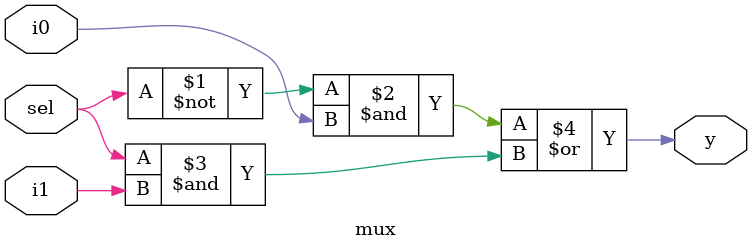
<source format=v>
module mux(
 input i0,i1,sel,
 output y
 );
 
 //wire w1,w2,sbar; 
  //y = sbar*i0 + s *i1
  
  
 // `ifdef DFLOW
  assign y =  (~(sel) & i0) | sel &i1;
 // `endif
  
 // `ifdef GFLOW
 /* not n1(sbar,sel);
  and a1(w1,sbar, i0);
  and a2(w2,sel, i1);
  or  a3(y , w1, w2);*/
 // `endif
  
 
endmodule
 

</source>
